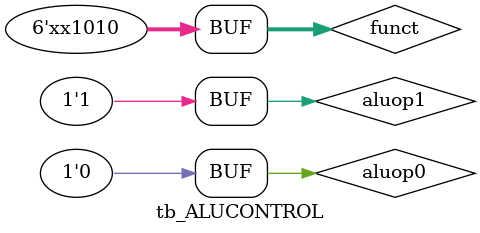
<source format=v>
module ALUcontrol(ALUOp1, ALUOp0, Funct, Op);	
	input ALUOp0, ALUOp1;
	input [5:0] Funct;
	output [2:0] Op;
	
	assign Op[2] = (ALUOp1 & Funct[1]) | ALUOp0;
	assign Op[1] = ALUOp1 ~& Funct[2];
	assign Op[0] = ALUOp1 & ( Funct[0] | Funct[3]);
	/*
	case({ALUOp1 ALUOp0})
	
		2'b00: assign Op = 3'b010;
		2'b01: assign Op = 3'b110;
		default: begin
		case(Funct[3:0])
			4'b0000: assign Op = 3'b010;
			4'b0010: assign Op = 3'b110;
			4'b0100: assign Op = 3'b000;
			4'b0101: assign Op = 3'b001;
			4'b1010: assign Op = 3'b111;
			
		endcase
		end
	endcase
	*/
endmodule
			

module tb_ALUCONTROL;
	wire [2:0] Op;
	reg [5:0] funct;
	reg aluop0, aluop1;
	
	ALUcontrol a1(aluop1, aluop0, funct, Op);
	
	initial
	$display("aluop1 aluop0 ||  FUNCT FIELD   || Operation");
	initial
	$monitor("  %b     %b   ||  %b           || %b", aluop1, aluop0, funct, Op);
	initial
	begin
		aluop0 = 1'b0; aluop1 = 1'b0; funct = 6'b000111;
	#10 aluop1 = 1'b0 ; aluop0 = 1; funct = 6'b001100;
	#20 aluop1 = 1'b1; aluop0 = 1'b0; funct = 6'bxx0000;
	#30 aluop1 = 1'b1; aluop0 = 1'b0; funct = 6'bxx0010;
	#40 aluop1 = 1'b1; aluop0 = 1'b0; funct = 6'bxx0100;
	#50 aluop1 = 1'b1; aluop0 = 1'b0; funct = 6'bxx0101;
	#60 aluop1 = 1'b1; aluop0 = 1'b0; funct = 6'bxx1010;
	end

endmodule	
	
	
	
</source>
